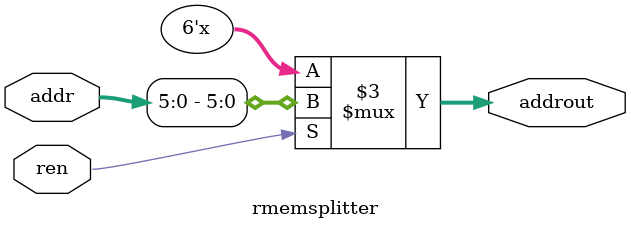
<source format=v>

module rmemsplitter(input ren, input[63:0]addr, output reg [5:0]addrout);
    
    always @*
    begin
        if (ren)
        begin
            addrout[5:0] = addr[5:0];
        end else begin
            addrout[5:0] = 6'bxxxxxx;
        end
    end
endmodule

</source>
